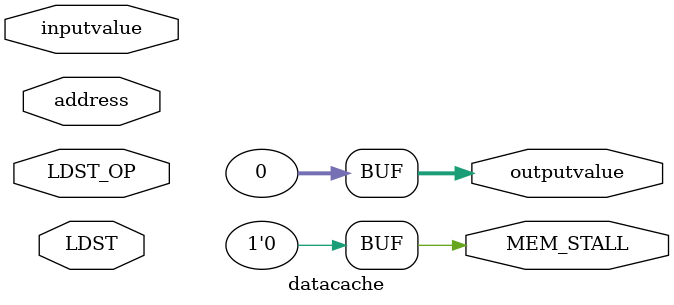
<source format=v>
`timescale 1ns / 1ps

module datacache(
    input [31:0] address,
    input [31:0] inputvalue,
    input LDST,
    input [2:0] LDST_OP,
    output [31:0] outputvalue,
    output MEM_STALL
    );

// need to implement; for now cache not connected, processor accesses memory directly
assign outputvalue = 32'b0;
assign MEM_STALL = 1'b0;

endmodule

</source>
